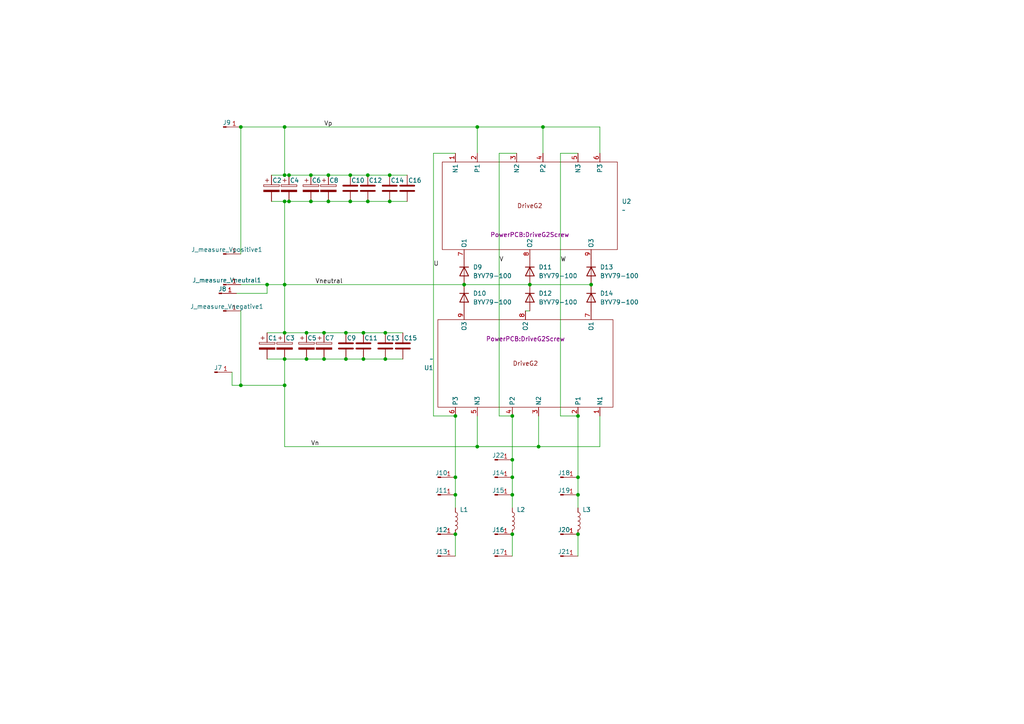
<source format=kicad_sch>
(kicad_sch (version 20250114) (generator "eeschema") (generator_version "9.0")
  (paper "A4")
  (lib_symbols
    (symbol "Connector:Conn_01x01_Pin" (pin_names (offset 1.016) (hide yes))
      (property "Reference" "J" (at 0 2.54 0))
      (property "Value" "Conn_01x01_Pin" (at 0 -2.54 0))
      (symbol "Conn_01x01_Pin_1_1"
        (rectangle (start 0.8636 0.127) (end 0 -0.127) (stroke (width 0.1524)) (fill (type outline)))
        (polyline (pts (xy 1.27 0) (xy 0.8636 0)) (stroke (width 0.1524)))
        (pin passive line (at 5.08 0 180) (length 3.81) (name "Pin_1") (number "1"))
      )
    )
    (symbol "Device:C" (pin_numbers (hide yes)) (pin_names (offset 0.254))
      (property "Reference" "C" (at 0.635 2.54 0))
      (property "Value" "C" (at 0.635 -2.54 0))
      (symbol "C_0_1"
        (polyline (pts (xy -2.032 0.762) (xy 2.032 0.762)) (stroke (width 0.508)))
        (polyline (pts (xy -2.032 -0.762) (xy 2.032 -0.762)) (stroke (width 0.508)))
      )
      (symbol "C_1_1"
        (pin passive line (at 0 3.81 270) (length 2.794) (name "~") (number "1"))
        (pin passive line (at 0 -3.81 90) (length 2.794) (name "~") (number "2"))
      )
    )
    (symbol "Device:C_Polarized" (pin_numbers (hide yes)) (pin_names (offset 0.254))
      (property "Reference" "C" (at 0.635 2.54 0))
      (property "Value" "C_Polarized" (at 0.635 -2.54 0))
      (symbol "C_Polarized_0_1"
        (rectangle (start -2.286 0.508) (end 2.286 1.016))
        (polyline (pts (xy -1.778 2.286) (xy -0.762 2.286)))
        (polyline (pts (xy -1.27 2.794) (xy -1.27 1.778)))
        (rectangle (start 2.286 -0.508) (end -2.286 -1.016) (fill (type outline)))
      )
      (symbol "C_Polarized_1_1"
        (pin passive line (at 0 3.81 270) (length 2.794) (name "~") (number "1"))
        (pin passive line (at 0 -3.81 90) (length 2.794) (name "~") (number "2"))
      )
    )
    (symbol "Device:L" (pin_numbers (hide yes)) (pin_names (offset 1.016) (hide yes))
      (property "Reference" "L" (at -1.27 0 90))
      (property "Value" "L" (at 1.905 0 90))
      (symbol "L_0_1"
        (arc (start 0 2.54) (mid 0.6323 1.905) (end 0 1.27))
        (arc (start 0 1.27) (mid 0.6323 0.635) (end 0 0))
        (arc (start 0 0) (mid 0.6323 -0.635) (end 0 -1.27))
        (arc (start 0 -1.27) (mid 0.6323 -1.905) (end 0 -2.54))
      )
      (symbol "L_1_1"
        (pin passive line (at 0 3.81 270) (length 1.27) (name "1") (number "1"))
        (pin passive line (at 0 -3.81 90) (length 1.27) (name "2") (number "2"))
      )
    )
    (symbol "Diode:BYV79-100" (pin_numbers (hide yes)) (pin_names (hide yes))
      (property "Reference" "D" (at 0 2.54 0))
      (property "Value" "BYV79-100" (at 0 -2.54 0))
      (symbol "BYV79-100_0_1"
        (polyline (pts (xy -1.27 1.27) (xy -1.27 -1.27)) (stroke (width 0.254)))
        (polyline (pts (xy 1.27 1.27) (xy 1.27 -1.27) (xy -1.27 0) (xy 1.27 1.27)) (stroke (width 0.254)))
        (polyline (pts (xy 1.27 0) (xy -1.27 0)))
      )
      (symbol "BYV79-100_1_1"
        (pin passive line (at -3.81 0 0) (length 2.54) (name "K") (number "1"))
        (pin passive line (at 3.81 0 180) (length 2.54) (name "A") (number "2"))
      )
    )
    (symbol "PowerPCB:DriveG2"
      (property "Reference" "U" (at 0 -2.54 0))
      (symbol "DriveG2_0_1"
        (rectangle (start -25.4 25.4) (end 25.4 0))
      )
      (symbol "DriveG2_1_1"
        (text "DriveG2\n" (at 0 12.7 0) (effects (font (size 1.27 1.27))))
        (pin power_in line (at -21.59 27.94 270) (length 2.54) (name "N1") (number "1"))
        (pin power_out line (at -19.05 -2.54 90) (length 2.54) (name "O1") (number "7"))
        (pin power_in line (at -15.24 27.94 270) (length 2.54) (name "P1") (number "2"))
        (pin power_in line (at -3.81 27.94 270) (length 2.54) (name "N2") (number "3"))
        (pin power_out line (at 0 -2.54 90) (length 2.54) (name "O2") (number "8"))
        (pin power_in line (at 3.81 27.94 270) (length 2.54) (name "P2") (number "4"))
        (pin power_in line (at 13.97 27.94 270) (length 2.54) (name "N3") (number "5"))
        (pin power_out line (at 17.78 -2.54 90) (length 2.54) (name "O3") (number "9"))
        (pin power_in line (at 20.32 27.94 270) (length 2.54) (name "P3") (number "6"))
      )
    )
  )
  (junction (at 69.85 36.83))
  (junction (at 82.55 111.76))
  (junction (at 82.55 82.55))
  (junction (at 82.55 50.8))
  (junction (at 101.6 58.42))
  (junction (at 134.62 82.55))
  (junction (at 82.55 104.14))
  (junction (at 111.76 96.52))
  (junction (at 106.68 58.42))
  (junction (at 90.17 50.8))
  (junction (at 148.59 154.94))
  (junction (at 132.08 154.94))
  (junction (at 148.59 143.51))
  (junction (at 132.08 138.43))
  (junction (at 113.03 50.8))
  (junction (at 148.59 120.65))
  (junction (at 167.64 143.51))
  (junction (at 93.98 96.52))
  (junction (at 106.68 50.8))
  (junction (at 105.41 104.14))
  (junction (at 148.59 133.35))
  (junction (at 88.9 104.14))
  (junction (at 101.6 50.8))
  (junction (at 95.25 58.42))
  (junction (at 77.47 82.55))
  (junction (at 82.55 96.52))
  (junction (at 148.59 138.43))
  (junction (at 82.55 58.42))
  (junction (at 157.48 36.83))
  (junction (at 95.25 50.8))
  (junction (at 171.45 82.55))
  (junction (at 156.21 129.54))
  (junction (at 69.85 111.76))
  (junction (at 167.64 154.94))
  (junction (at 153.67 82.55))
  (junction (at 111.76 104.14))
  (junction (at 132.08 120.65))
  (junction (at 132.08 143.51))
  (junction (at 100.33 104.14))
  (junction (at 83.82 58.42))
  (junction (at 167.64 138.43))
  (junction (at 167.64 120.65))
  (junction (at 90.17 58.42))
  (junction (at 100.33 96.52))
  (junction (at 138.43 36.83))
  (junction (at 105.41 96.52))
  (junction (at 113.03 58.42))
  (junction (at 83.82 50.8))
  (junction (at 82.55 36.83))
  (junction (at 138.43 129.54))
  (junction (at 93.98 104.14))
  (junction (at 88.9 96.52))
  (wire (pts (xy 148.59 120.65) (xy 148.59 133.35)))
  (wire (pts (xy 90.17 58.42) (xy 95.25 58.42)))
  (wire (pts (xy 78.74 58.42) (xy 82.55 58.42)))
  (wire (pts (xy 156.21 129.54) (xy 156.21 120.65)))
  (wire (pts (xy 105.41 104.14) (xy 111.76 104.14)))
  (wire (pts (xy 69.85 36.83) (xy 69.85 73.66)))
  (wire (pts (xy 148.59 133.35) (xy 148.59 138.43)))
  (wire (pts (xy 132.08 120.65) (xy 132.08 138.43)))
  (wire (pts (xy 69.85 36.83) (xy 82.55 36.83)))
  (wire (pts (xy 149.86 44.45) (xy 144.78 44.45)))
  (wire (pts (xy 82.55 82.55) (xy 134.62 82.55)))
  (wire (pts (xy 101.6 50.8) (xy 95.25 50.8)))
  (wire (pts (xy 69.85 82.55) (xy 77.47 82.55)))
  (wire (pts (xy 82.55 82.55) (xy 82.55 96.52)))
  (wire (pts (xy 82.55 50.8) (xy 83.82 50.8)))
  (wire (pts (xy 82.55 58.42) (xy 83.82 58.42)))
  (wire (pts (xy 82.55 104.14) (xy 88.9 104.14)))
  (wire (pts (xy 105.41 96.52) (xy 100.33 96.52)))
  (wire (pts (xy 148.59 143.51) (xy 148.59 147.32)))
  (wire (pts (xy 100.33 104.14) (xy 105.41 104.14)))
  (wire (pts (xy 88.9 96.52) (xy 93.98 96.52)))
  (wire (pts (xy 68.58 85.09) (xy 77.47 85.09)))
  (wire (pts (xy 82.55 96.52) (xy 88.9 96.52)))
  (wire (pts (xy 138.43 36.83) (xy 138.43 44.45)))
  (wire (pts (xy 88.9 104.14) (xy 93.98 104.14)))
  (wire (pts (xy 173.99 129.54) (xy 173.99 120.65)))
  (wire (pts (xy 173.99 36.83) (xy 157.48 36.83)))
  (wire (pts (xy 83.82 50.8) (xy 90.17 50.8)))
  (wire (pts (xy 132.08 138.43) (xy 132.08 143.51)))
  (wire (pts (xy 118.11 50.8) (xy 113.03 50.8)))
  (wire (pts (xy 167.64 143.51) (xy 167.64 147.32)))
  (wire (pts (xy 77.47 82.55) (xy 82.55 82.55)))
  (wire (pts (xy 167.64 154.94) (xy 167.64 161.29)))
  (wire (pts (xy 162.56 120.65) (xy 167.64 120.65)))
  (wire (pts (xy 156.21 129.54) (xy 173.99 129.54)))
  (wire (pts (xy 69.85 111.76) (xy 82.55 111.76)))
  (wire (pts (xy 125.73 44.45) (xy 125.73 120.65)))
  (wire (pts (xy 82.55 129.54) (xy 138.43 129.54)))
  (wire (pts (xy 106.68 58.42) (xy 113.03 58.42)))
  (wire (pts (xy 132.08 154.94) (xy 132.08 161.29)))
  (wire (pts (xy 67.31 111.76) (xy 69.85 111.76)))
  (wire (pts (xy 148.59 154.94) (xy 148.59 161.29)))
  (wire (pts (xy 152.4 90.17) (xy 153.67 90.17)))
  (wire (pts (xy 82.55 82.55) (xy 82.55 58.42)))
  (wire (pts (xy 101.6 58.42) (xy 106.68 58.42)))
  (wire (pts (xy 138.43 120.65) (xy 138.43 129.54)))
  (wire (pts (xy 95.25 58.42) (xy 101.6 58.42)))
  (wire (pts (xy 132.08 44.45) (xy 125.73 44.45)))
  (wire (pts (xy 167.64 138.43) (xy 167.64 143.51)))
  (wire (pts (xy 162.56 44.45) (xy 162.56 120.65)))
  (wire (pts (xy 82.55 36.83) (xy 138.43 36.83)))
  (wire (pts (xy 132.08 143.51) (xy 132.08 147.32)))
  (wire (pts (xy 111.76 96.52) (xy 105.41 96.52)))
  (wire (pts (xy 113.03 50.8) (xy 106.68 50.8)))
  (wire (pts (xy 173.99 44.45) (xy 173.99 36.83)))
  (wire (pts (xy 82.55 104.14) (xy 82.55 111.76)))
  (wire (pts (xy 153.67 82.55) (xy 171.45 82.55)))
  (wire (pts (xy 67.31 107.95) (xy 67.31 111.76)))
  (wire (pts (xy 90.17 50.8) (xy 95.25 50.8)))
  (wire (pts (xy 77.47 96.52) (xy 82.55 96.52)))
  (wire (pts (xy 82.55 111.76) (xy 82.55 129.54)))
  (wire (pts (xy 106.68 50.8) (xy 101.6 50.8)))
  (wire (pts (xy 148.59 138.43) (xy 148.59 143.51)))
  (wire (pts (xy 78.74 50.8) (xy 82.55 50.8)))
  (wire (pts (xy 82.55 36.83) (xy 82.55 50.8)))
  (wire (pts (xy 77.47 82.55) (xy 77.47 85.09)))
  (wire (pts (xy 93.98 104.14) (xy 100.33 104.14)))
  (wire (pts (xy 100.33 96.52) (xy 93.98 96.52)))
  (wire (pts (xy 69.85 90.17) (xy 69.85 111.76)))
  (wire (pts (xy 144.78 44.45) (xy 144.78 120.65)))
  (wire (pts (xy 125.73 120.65) (xy 132.08 120.65)))
  (wire (pts (xy 113.03 58.42) (xy 118.11 58.42)))
  (wire (pts (xy 116.84 96.52) (xy 111.76 96.52)))
  (wire (pts (xy 138.43 129.54) (xy 156.21 129.54)))
  (wire (pts (xy 157.48 36.83) (xy 138.43 36.83)))
  (wire (pts (xy 134.62 82.55) (xy 153.67 82.55)))
  (wire (pts (xy 77.47 104.14) (xy 82.55 104.14)))
  (wire (pts (xy 157.48 36.83) (xy 157.48 44.45)))
  (wire (pts (xy 167.64 120.65) (xy 167.64 138.43)))
  (wire (pts (xy 111.76 104.14) (xy 116.84 104.14)))
  (wire (pts (xy 83.82 58.42) (xy 90.17 58.42)))
  (wire (pts (xy 167.64 44.45) (xy 162.56 44.45)))
  (wire (pts (xy 144.78 120.65) (xy 148.59 120.65)))
  (label "Vp" (at 93.98 36.83 0))
  (label "W" (at 162.56 76.2 0))
  (label "Vn" (at 90.17 129.54 0))
  (label "Vneutral" (at 91.44 82.55 0))
  (label "U" (at 125.73 77.47 0))
  (label "V" (at 144.78 76.2 0))
  (symbol (lib_id "Connector:Conn_01x01_Pin") (at 127 161.29 0) (unit 1)
    (property "Reference" "J13" (at 128.016 160.02 0))
    (property "Value" "Conn_01x01_Pin" (effects (hide yes)))
    (property "Footprint" "PowerComponentLibrary:Wuerth_REDCUBE-THR_WP-THRSH_74651175_THR" (effects (hide yes)))
    (property "Description" "Generic connector, single row, 01x01, script generated" (effects (hide yes)))
    (instances (project "PowerDistrobution3L" (path "" (reference "J13") (unit 1)) (path "" (reference "J29") (unit 1))))
  )
  (symbol (lib_id "Diode:BYV79-100") (at 153.67 78.74 270) (unit 1)
    (property "Reference" "D11" (at 156.21 77.4699 90) (effects (justify left)))
    (property "Value" "BYV79-100" (at 156.21 80.0099 90) (effects (justify left)))
    (property "Footprint" "Package_TO_SOT_THT:TO-247-2_Vertical" (effects (hide yes)))
    (property "Datasheet" "http://pdf.datasheetcatalog.com/datasheet/philips/BYV79-100.pdf" (effects (hide yes)))
    (property "Description" "100V 14A Ultrafast Rectifier Diode, TO-220" (effects (hide yes)))
    (property "Sim.Device" "D" (effects (hide yes)))
    (property "Sim.Pins" "1=K 2=A" (effects (hide yes)))
    (instances (project "PowerDistrobution3L" (path "" (reference "D11") (unit 1)) (path "" (reference "D17") (unit 1))))
  )
  (symbol (lib_id "Diode:BYV79-100") (at 171.45 78.74 270) (unit 1)
    (property "Reference" "D13" (at 173.99 77.4699 90) (effects (justify left)))
    (property "Value" "BYV79-100" (at 173.99 80.0099 90) (effects (justify left)))
    (property "Footprint" "Package_TO_SOT_THT:TO-247-2_Vertical" (effects (hide yes)))
    (property "Datasheet" "Package_TO_SOT_THT:TO-220-3_Vertical" (effects (hide yes)))
    (property "Description" "100V 14A Ultrafast Rectifier Diode, TO-220" (effects (hide yes)))
    (property "Sim.Device" "D" (effects (hide yes)))
    (property "Sim.Pins" "1=K 2=A" (effects (hide yes)))
    (instances (project "PowerDistrobution3L" (path "" (reference "D13") (unit 1)) (path "" (reference "D19") (unit 1))))
  )
  (symbol (lib_id "Device:C") (at 101.6 54.61 0) (unit 1)
    (property "Reference" "C10" (at 101.854 52.324 0) (effects (justify left)))
    (property "Value" "C" (effects (hide yes)))
    (property "Footprint" "Capacitor_SMD:C_2220_5750Metric_Pad1.97x5.40mm_HandSolder" (effects (hide yes)))
    (property "Description" "Unpolarized capacitor" (effects (hide yes)))
    (instances (project "PowerDistrobution3L" (path "" (reference "C10") (unit 1)) (path "" (reference "C26") (unit 1))))
  )
  (symbol (lib_id "Connector:Conn_01x01_Pin") (at 143.51 154.94 0) (unit 1)
    (property "Reference" "J16" (at 144.526 153.67 0))
    (property "Value" "Conn_01x01_Pin" (effects (hide yes)))
    (property "Footprint" "Connector_PinHeader_1.00mm:PinHeader_1x01_P1.00mm_Vertical" (effects (hide yes)))
    (property "Description" "Generic connector, single row, 01x01, script generated" (effects (hide yes)))
    (instances (project "PowerDistrobution3L" (path "" (reference "J16") (unit 1)) (path "" (reference "J33") (unit 1))))
  )
  (symbol (lib_id "Device:C_Polarized") (at 83.82 54.61 0) (unit 1)
    (property "Reference" "C4" (at 84.074 52.324 0) (effects (justify left)))
    (property "Value" "C_Polarized" (effects (hide yes)))
    (property "Footprint" "PowerComponentLibrary:C_Wurth_WCAP-FTDB-L42W35H50" (effects (hide yes)))
    (property "Description" "Polarized capacitor" (effects (hide yes)))
    (instances (project "PowerDistrobution3L" (path "" (reference "C4") (unit 1)) (path "" (reference "C20") (unit 1))))
  )
  (symbol (lib_id "Connector:Conn_01x01_Pin") (at 64.77 82.55 0) (unit 1)
    (property "Reference" "J_measure_Vneutral1" (at 65.786 81.28 0))
    (property "Value" "Conn_01x01_Pin" (effects (hide yes)))
    (property "Footprint" "Connector_PinHeader_1.00mm:PinHeader_1x01_P1.00mm_Vertical" (effects (hide yes)))
    (property "Description" "Generic connector, single row, 01x01, script generated" (effects (hide yes)))
    (instances (project "PowerDistrobution3L" (path "" (reference "J_measure_Vneutral1") (unit 1)) (path "" (reference "J_measure_Vneutral2") (unit 1))))
  )
  (symbol (lib_id "Device:C") (at 116.84 100.33 0) (unit 1)
    (property "Reference" "C15" (at 117.094 98.044 0) (effects (justify left)))
    (property "Value" "C" (effects (hide yes)))
    (property "Footprint" "Capacitor_SMD:C_2220_5750Metric_Pad1.97x5.40mm_HandSolder" (effects (hide yes)))
    (property "Description" "Unpolarized capacitor" (effects (hide yes)))
    (instances (project "PowerDistrobution3L" (path "" (reference "C15") (unit 1)) (path "" (reference "C31") (unit 1))))
  )
  (symbol (lib_id "Diode:BYV79-100") (at 134.62 86.36 270) (unit 1)
    (property "Reference" "D10" (at 137.16 85.0899 90) (effects (justify left)))
    (property "Value" "BYV79-100" (at 137.16 87.6299 90) (effects (justify left)))
    (property "Footprint" "Package_TO_SOT_THT:TO-247-2_Vertical" (effects (hide yes)))
    (property "Datasheet" "http://pdf.datasheetcatalog.com/datasheet/philips/BYV79-100.pdf" (effects (hide yes)))
    (property "Description" "100V 14A Ultrafast Rectifier Diode, TO-220" (effects (hide yes)))
    (property "Sim.Device" "D" (effects (hide yes)))
    (property "Sim.Pins" "1=K 2=A" (effects (hide yes)))
    (instances (project "PowerDistrobution3L" (path "" (reference "D10") (unit 1)) (path "" (reference "D16") (unit 1))))
  )
  (symbol (lib_id "Device:C") (at 113.03 54.61 0) (unit 1)
    (property "Reference" "C14" (at 113.284 52.324 0) (effects (justify left)))
    (property "Value" "C" (effects (hide yes)))
    (property "Footprint" "Capacitor_SMD:C_2220_5750Metric_Pad1.97x5.40mm_HandSolder" (effects (hide yes)))
    (property "Description" "Unpolarized capacitor" (effects (hide yes)))
    (instances (project "PowerDistrobution3L" (path "" (reference "C14") (unit 1)) (path "" (reference "C30") (unit 1))))
  )
  (symbol (lib_id "PowerPCB:DriveG2") (at 152.4 92.71 180) (unit 1)
    (property "Reference" "U1" (at 125.73 106.6801 0) (effects (justify left)))
    (property "Value" "~" (at 125.73 104.1401 0) (effects (justify left)))
    (property "Footprint" "PowerPCB:DriveG2Screw" (at 152.4 98.298 0))
    (instances (project "PowerDistrobution3L" (path "" (reference "U1") (unit 1)) (path "" (reference "U3") (unit 1))))
  )
  (symbol (lib_id "Device:C") (at 106.68 54.61 0) (unit 1)
    (property "Reference" "C12" (at 106.934 52.324 0) (effects (justify left)))
    (property "Value" "C" (effects (hide yes)))
    (property "Footprint" "Capacitor_SMD:C_2220_5750Metric_Pad1.97x5.40mm_HandSolder" (effects (hide yes)))
    (property "Description" "Unpolarized capacitor" (effects (hide yes)))
    (instances (project "PowerDistrobution3L" (path "" (reference "C12") (unit 1)) (path "" (reference "C28") (unit 1))))
  )
  (symbol (lib_id "Device:C_Polarized") (at 90.17 54.61 0) (unit 1)
    (property "Reference" "C6" (at 90.424 52.324 0) (effects (justify left)))
    (property "Value" "C_Polarized" (effects (hide yes)))
    (property "Footprint" "Capacitor_THT:CP_Radial_D25.0mm_P10.00mm_SnapIn" (effects (hide yes)))
    (property "Description" "Polarized capacitor" (effects (hide yes)))
    (instances (project "PowerDistrobution3L" (path "" (reference "C6") (unit 1)) (path "" (reference "C22") (unit 1))))
  )
  (symbol (lib_id "Device:C") (at 100.33 100.33 0) (unit 1)
    (property "Reference" "C9" (at 100.584 98.044 0) (effects (justify left)))
    (property "Value" "C" (effects (hide yes)))
    (property "Footprint" "Capacitor_SMD:C_2220_5750Metric_Pad1.97x5.40mm_HandSolder" (effects (hide yes)))
    (property "Description" "Unpolarized capacitor" (effects (hide yes)))
    (instances (project "PowerDistrobution3L" (path "" (reference "C9") (unit 1)) (path "" (reference "C25") (unit 1))))
  )
  (symbol (lib_id "Device:C") (at 111.76 100.33 0) (unit 1)
    (property "Reference" "C13" (at 112.014 98.044 0) (effects (justify left)))
    (property "Value" "C" (effects (hide yes)))
    (property "Footprint" "Capacitor_SMD:C_2220_5750Metric_Pad1.97x5.40mm_HandSolder" (effects (hide yes)))
    (property "Description" "Unpolarized capacitor" (effects (hide yes)))
    (instances (project "PowerDistrobution3L" (path "" (reference "C13") (unit 1)) (path "" (reference "C29") (unit 1))))
  )
  (symbol (lib_id "Connector:Conn_01x01_Pin") (at 143.51 143.51 0) (unit 1)
    (property "Reference" "J15" (at 144.526 142.24 0))
    (property "Value" "Conn_01x01_Pin" (effects (hide yes)))
    (property "Footprint" "Connector_PinHeader_1.00mm:PinHeader_1x01_P1.00mm_Vertical" (effects (hide yes)))
    (property "Description" "Generic connector, single row, 01x01, script generated" (effects (hide yes)))
    (instances (project "PowerDistrobution3L" (path "" (reference "J15") (unit 1)) (path "" (reference "J32") (unit 1))))
  )
  (symbol (lib_id "Diode:BYV79-100") (at 153.67 86.36 270) (unit 1)
    (property "Reference" "D12" (at 156.21 85.0899 90) (effects (justify left)))
    (property "Value" "BYV79-100" (at 156.21 87.6299 90) (effects (justify left)))
    (property "Footprint" "Package_TO_SOT_THT:TO-247-2_Vertical" (effects (hide yes)))
    (property "Datasheet" "http://pdf.datasheetcatalog.com/datasheet/philips/BYV79-100.pdf" (effects (hide yes)))
    (property "Description" "100V 14A Ultrafast Rectifier Diode, TO-220" (effects (hide yes)))
    (property "Sim.Device" "D" (effects (hide yes)))
    (property "Sim.Pins" "1=K 2=A" (effects (hide yes)))
    (instances (project "PowerDistrobution3L" (path "" (reference "D12") (unit 1)) (path "" (reference "D18") (unit 1))))
  )
  (symbol (lib_id "Connector:Conn_01x01_Pin") (at 162.56 154.94 0) (unit 1)
    (property "Reference" "J20" (at 163.576 153.67 0))
    (property "Value" "Conn_01x01_Pin" (effects (hide yes)))
    (property "Footprint" "Connector_PinHeader_1.00mm:PinHeader_1x01_P1.00mm_Vertical" (effects (hide yes)))
    (property "Description" "Generic connector, single row, 01x01, script generated" (effects (hide yes)))
    (instances (project "PowerDistrobution3L" (path "" (reference "J20") (unit 1)) (path "" (reference "J37") (unit 1))))
  )
  (symbol (lib_id "Diode:BYV79-100") (at 171.45 86.36 270) (unit 1)
    (property "Reference" "D14" (at 173.99 85.0899 90) (effects (justify left)))
    (property "Value" "BYV79-100" (at 173.99 87.6299 90) (effects (justify left)))
    (property "Footprint" "Package_TO_SOT_THT:TO-247-2_Vertical" (effects (hide yes)))
    (property "Datasheet" "http://pdf.datasheetcatalog.com/datasheet/philips/BYV79-100.pdf" (effects (hide yes)))
    (property "Description" "100V 14A Ultrafast Rectifier Diode, TO-220" (effects (hide yes)))
    (property "Sim.Device" "D" (effects (hide yes)))
    (property "Sim.Pins" "1=K 2=A" (effects (hide yes)))
    (instances (project "PowerDistrobution3L" (path "" (reference "D14") (unit 1)) (path "" (reference "D20") (unit 1))))
  )
  (symbol (lib_id "PowerPCB:DriveG2") (at 153.67 72.39 0) (unit 1)
    (property "Reference" "U2" (at 180.34 58.4199 0) (effects (justify left)))
    (property "Value" "~" (at 180.34 60.9599 0) (effects (justify left)))
    (property "Footprint" "PowerPCB:DriveG2Screw" (at 153.67 68.072 0))
    (instances (project "PowerDistrobution3L" (path "" (reference "U2") (unit 1)) (path "" (reference "U4") (unit 1))))
  )
  (symbol (lib_id "Connector:Conn_01x01_Pin") (at 162.56 138.43 0) (unit 1)
    (property "Reference" "J18" (at 163.576 137.16 0))
    (property "Value" "Conn_01x01_Pin" (effects (hide yes)))
    (property "Footprint" "PowerComponentLibrary:Wuerth_REDCUBE-THR_WP-THRSH_74651175_THR" (effects (hide yes)))
    (property "Description" "Generic connector, single row, 01x01, script generated" (effects (hide yes)))
    (instances (project "PowerDistrobution3L" (path "" (reference "J18") (unit 1)) (path "" (reference "J35") (unit 1))))
  )
  (symbol (lib_id "Connector:Conn_01x01_Pin") (at 143.51 133.35 0) (unit 1)
    (property "Reference" "J22" (at 144.526 132.08 0))
    (property "Value" "Conn_01x01_Pin" (effects (hide yes)))
    (property "Footprint" "PowerComponentLibrary:Wuerth_REDCUBE-THR_WP-THRSH_74651175_THR" (effects (hide yes)))
    (property "Description" "Generic connector, single row, 01x01, script generated" (effects (hide yes)))
    (instances (project "PowerDistrobution3L" (path "" (reference "J22") (unit 1)) (path "" (reference "J30") (unit 1))))
  )
  (symbol (lib_id "Device:C") (at 105.41 100.33 0) (unit 1)
    (property "Reference" "C11" (at 105.664 98.044 0) (effects (justify left)))
    (property "Value" "C" (effects (hide yes)))
    (property "Footprint" "Capacitor_SMD:C_2220_5750Metric_Pad1.97x5.40mm_HandSolder" (effects (hide yes)))
    (property "Description" "Unpolarized capacitor" (effects (hide yes)))
    (instances (project "PowerDistrobution3L" (path "" (reference "C11") (unit 1)) (path "" (reference "C27") (unit 1))))
  )
  (symbol (lib_id "Connector:Conn_01x01_Pin") (at 143.51 138.43 0) (unit 1)
    (property "Reference" "J14" (at 144.526 137.16 0))
    (property "Value" "Conn_01x01_Pin" (effects (hide yes)))
    (property "Footprint" "PowerComponentLibrary:Wuerth_REDCUBE-THR_WP-THRSH_74651175_THR" (effects (hide yes)))
    (property "Description" "Generic connector, single row, 01x01, script generated" (effects (hide yes)))
    (instances (project "PowerDistrobution3L" (path "" (reference "J14") (unit 1)) (path "" (reference "J31") (unit 1))))
  )
  (symbol (lib_id "Device:C_Polarized") (at 82.55 100.33 0) (unit 1)
    (property "Reference" "C3" (at 82.804 98.044 0) (effects (justify left)))
    (property "Value" "C_Polarized" (effects (hide yes)))
    (property "Footprint" "PowerComponentLibrary:C_Wurth_WCAP-FTDB-L42W35H50" (effects (hide yes)))
    (property "Description" "Polarized capacitor" (effects (hide yes)))
    (instances (project "PowerDistrobution3L" (path "" (reference "C3") (unit 1)) (path "" (reference "C19") (unit 1))))
  )
  (symbol (lib_id "Connector:Conn_01x01_Pin") (at 64.77 73.66 0) (unit 1)
    (property "Reference" "J_measure_Vpositive1" (at 65.786 72.39 0))
    (property "Value" "Conn_01x01_Pin" (effects (hide yes)))
    (property "Footprint" "Connector_PinHeader_1.00mm:PinHeader_1x01_P1.00mm_Vertical" (effects (hide yes)))
    (property "Description" "Generic connector, single row, 01x01, script generated" (effects (hide yes)))
    (instances (project "PowerDistrobution3L" (path "" (reference "J_measure_Vpositive1") (unit 1)) (path "" (reference "J_measure_Vpositive2") (unit 1))))
  )
  (symbol (lib_id "Device:C_Polarized") (at 93.98 100.33 0) (unit 1)
    (property "Reference" "C7" (at 94.234 98.044 0) (effects (justify left)))
    (property "Value" "C_Polarized" (effects (hide yes)))
    (property "Footprint" "PowerComponentLibrary:C_Wurth_WCAP-FTDB-L42W35H50" (effects (hide yes)))
    (property "Description" "Polarized capacitor" (effects (hide yes)))
    (instances (project "PowerDistrobution3L" (path "" (reference "C7") (unit 1)) (path "" (reference "C23") (unit 1))))
  )
  (symbol (lib_id "Device:C_Polarized") (at 78.74 54.61 0) (unit 1)
    (property "Reference" "C2" (at 78.994 52.324 0) (effects (justify left)))
    (property "Value" "C_Polarized" (effects (hide yes)))
    (property "Footprint" "Capacitor_THT:CP_Radial_D25.0mm_P10.00mm_SnapIn" (effects (hide yes)))
    (property "Description" "Polarized capacitor" (effects (hide yes)))
    (instances (project "PowerDistrobution3L" (path "" (reference "C2") (unit 1)) (path "" (reference "C18") (unit 1))))
  )
  (symbol (lib_id "Connector:Conn_01x01_Pin") (at 62.23 107.95 0) (unit 1)
    (property "Reference" "J7" (at 63.246 106.68 0))
    (property "Value" "Conn_01x01_Pin" (effects (hide yes)))
    (property "Footprint" "PowerComponentLibrary:Wuerth_REDCUBE-THR_WP-THRSH_74651175_THR" (effects (hide yes)))
    (property "Description" "Generic connector, single row, 01x01, script generated" (effects (hide yes)))
    (instances (project "PowerDistrobution3L" (path "" (reference "J7") (unit 1)) (path "" (reference "J23") (unit 1))))
  )
  (symbol (lib_id "Device:C_Polarized") (at 95.25 54.61 0) (unit 1)
    (property "Reference" "C8" (at 95.504 52.324 0) (effects (justify left)))
    (property "Value" "C_Polarized" (effects (hide yes)))
    (property "Footprint" "PowerComponentLibrary:C_Wurth_WCAP-FTDB-L42W35H50" (effects (hide yes)))
    (property "Description" "Polarized capacitor" (effects (hide yes)))
    (instances (project "PowerDistrobution3L" (path "" (reference "C8") (unit 1)) (path "" (reference "C24") (unit 1))))
  )
  (symbol (lib_id "Connector:Conn_01x01_Pin") (at 127 154.94 0) (unit 1)
    (property "Reference" "J12" (at 128.016 153.67 0))
    (property "Value" "Conn_01x01_Pin" (effects (hide yes)))
    (property "Footprint" "Connector_PinHeader_1.00mm:PinHeader_1x01_P1.00mm_Vertical" (effects (hide yes)))
    (property "Description" "Generic connector, single row, 01x01, script generated" (effects (hide yes)))
    (instances (project "PowerDistrobution3L" (path "" (reference "J12") (unit 1)) (path "" (reference "J28") (unit 1))))
  )
  (symbol (lib_id "Device:L") (at 167.64 151.13 0) (unit 1)
    (property "Reference" "L3" (at 168.91 147.828 0) (effects (justify left)))
    (property "Value" "L" (effects (hide yes)))
    (property "Footprint" "PowerPCB:Inductor" (effects (hide yes)))
    (property "Description" "Inductor" (effects (hide yes)))
    (instances (project "PowerDistrobution3L" (path "" (reference "L3") (unit 1)) (path "" (reference "L6") (unit 1))))
  )
  (symbol (lib_id "Device:L") (at 148.59 151.13 0) (unit 1)
    (property "Reference" "L2" (at 149.86 147.828 0) (effects (justify left)))
    (property "Value" "L" (effects (hide yes)))
    (property "Footprint" "PowerPCB:Inductor" (effects (hide yes)))
    (property "Description" "Inductor" (effects (hide yes)))
    (instances (project "PowerDistrobution3L" (path "" (reference "L2") (unit 1)) (path "" (reference "L5") (unit 1))))
  )
  (symbol (lib_id "Connector:Conn_01x01_Pin") (at 63.5 85.09 0) (unit 1)
    (property "Reference" "J8" (at 64.516 83.82 0))
    (property "Value" "Conn_01x01_Pin" (effects (hide yes)))
    (property "Footprint" "PowerComponentLibrary:Wuerth_REDCUBE-THR_WP-THRSH_74651175_THR" (effects (hide yes)))
    (property "Description" "Generic connector, single row, 01x01, script generated" (effects (hide yes)))
    (instances (project "PowerDistrobution3L" (path "" (reference "J8") (unit 1)) (path "" (reference "J24") (unit 1))))
  )
  (symbol (lib_id "Device:C") (at 118.11 54.61 0) (unit 1)
    (property "Reference" "C16" (at 118.364 52.324 0) (effects (justify left)))
    (property "Value" "C" (effects (hide yes)))
    (property "Footprint" "Capacitor_SMD:C_2220_5750Metric_Pad1.97x5.40mm_HandSolder" (effects (hide yes)))
    (property "Description" "Unpolarized capacitor" (effects (hide yes)))
    (instances (project "PowerDistrobution3L" (path "" (reference "C16") (unit 1)) (path "" (reference "C32") (unit 1))))
  )
  (symbol (lib_id "Device:C_Polarized") (at 88.9 100.33 0) (unit 1)
    (property "Reference" "C5" (at 89.154 98.044 0) (effects (justify left)))
    (property "Value" "C_Polarized" (effects (hide yes)))
    (property "Footprint" "Capacitor_THT:CP_Radial_D25.0mm_P10.00mm_SnapIn" (effects (hide yes)))
    (property "Description" "Polarized capacitor" (effects (hide yes)))
    (instances (project "PowerDistrobution3L" (path "" (reference "C5") (unit 1)) (path "" (reference "C21") (unit 1))))
  )
  (symbol (lib_id "Connector:Conn_01x01_Pin") (at 162.56 161.29 0) (unit 1)
    (property "Reference" "J21" (at 163.576 160.02 0))
    (property "Value" "Conn_01x01_Pin" (effects (hide yes)))
    (property "Footprint" "PowerComponentLibrary:Wuerth_REDCUBE-THR_WP-THRSH_74651175_THR" (effects (hide yes)))
    (property "Description" "Generic connector, single row, 01x01, script generated" (effects (hide yes)))
    (instances (project "PowerDistrobution3L" (path "" (reference "J21") (unit 1)) (path "" (reference "J38") (unit 1))))
  )
  (symbol (lib_id "Connector:Conn_01x01_Pin") (at 127 143.51 0) (unit 1)
    (property "Reference" "J11" (at 128.016 142.24 0))
    (property "Value" "Conn_01x01_Pin" (effects (hide yes)))
    (property "Footprint" "Connector_PinHeader_1.00mm:PinHeader_1x01_P1.00mm_Vertical" (effects (hide yes)))
    (property "Description" "Generic connector, single row, 01x01, script generated" (effects (hide yes)))
    (instances (project "PowerDistrobution3L" (path "" (reference "J11") (unit 1)) (path "" (reference "J27") (unit 1))))
  )
  (symbol (lib_id "Device:L") (at 132.08 151.13 0) (unit 1)
    (property "Reference" "L1" (at 133.35 147.828 0) (effects (justify left)))
    (property "Value" "L" (effects (hide yes)))
    (property "Footprint" "PowerPCB:Inductor" (effects (hide yes)))
    (property "Description" "Inductor" (effects (hide yes)))
    (instances (project "PowerDistrobution3L" (path "" (reference "L1") (unit 1)) (path "" (reference "L4") (unit 1))))
  )
  (symbol (lib_id "Connector:Conn_01x01_Pin") (at 64.77 90.17 0) (unit 1)
    (property "Reference" "J_measure_Vnegative1" (at 65.786 88.9 0))
    (property "Value" "Conn_01x01_Pin" (effects (hide yes)))
    (property "Footprint" "Connector_PinHeader_1.00mm:PinHeader_1x01_P1.00mm_Vertical" (effects (hide yes)))
    (property "Description" "Generic connector, single row, 01x01, script generated" (effects (hide yes)))
    (instances (project "PowerDistrobution3L" (path "" (reference "J_measure_Vnegative1") (unit 1)) (path "" (reference "J_measure_Vnegative2") (unit 1))))
  )
  (symbol (lib_id "Connector:Conn_01x01_Pin") (at 64.77 36.83 0) (unit 1)
    (property "Reference" "J9" (at 65.786 35.56 0))
    (property "Value" "Conn_01x01_Pin" (effects (hide yes)))
    (property "Footprint" "PowerComponentLibrary:Wuerth_REDCUBE-THR_WP-THRSH_74651175_THR" (effects (hide yes)))
    (property "Description" "Generic connector, single row, 01x01, script generated" (effects (hide yes)))
    (instances (project "PowerDistrobution3L" (path "" (reference "J9") (unit 1)) (path "" (reference "J25") (unit 1))))
  )
  (symbol (lib_id "Diode:BYV79-100") (at 134.62 78.74 270) (unit 1)
    (property "Reference" "D9" (at 137.16 77.4699 90) (effects (justify left)))
    (property "Value" "BYV79-100" (at 137.16 80.0099 90) (effects (justify left)))
    (property "Footprint" "Package_TO_SOT_THT:TO-247-2_Vertical" (effects (hide yes)))
    (property "Datasheet" "http://pdf.datasheetcatalog.com/datasheet/philips/BYV79-100.pdf" (effects (hide yes)))
    (property "Description" "100V 14A Ultrafast Rectifier Diode, TO-220" (effects (hide yes)))
    (property "Sim.Device" "D" (effects (hide yes)))
    (property "Sim.Pins" "1=K 2=A" (effects (hide yes)))
    (instances (project "PowerDistrobution3L" (path "" (reference "D9") (unit 1)) (path "" (reference "D15") (unit 1))))
  )
  (symbol (lib_id "Device:C_Polarized") (at 77.47 100.33 0) (unit 1)
    (property "Reference" "C1" (at 77.724 98.044 0) (effects (justify left)))
    (property "Value" "C_Polarized" (effects (hide yes)))
    (property "Footprint" "Capacitor_THT:CP_Radial_D25.0mm_P10.00mm_SnapIn" (effects (hide yes)))
    (property "Description" "Polarized capacitor" (effects (hide yes)))
    (instances (project "PowerDistrobution3L" (path "" (reference "C1") (unit 1)) (path "" (reference "C17") (unit 1))))
  )
  (symbol (lib_id "Connector:Conn_01x01_Pin") (at 127 138.43 0) (unit 1)
    (property "Reference" "J10" (at 128.016 137.16 0))
    (property "Value" "Conn_01x01_Pin" (effects (hide yes)))
    (property "Footprint" "PowerComponentLibrary:Wuerth_REDCUBE-THR_WP-THRSH_74651175_THR" (effects (hide yes)))
    (property "Description" "Generic connector, single row, 01x01, script generated" (effects (hide yes)))
    (instances (project "PowerDistrobution3L" (path "" (reference "J10") (unit 1)) (path "" (reference "J26") (unit 1))))
  )
  (symbol (lib_id "Connector:Conn_01x01_Pin") (at 143.51 161.29 0) (unit 1)
    (property "Reference" "J17" (at 144.526 160.02 0))
    (property "Value" "Conn_01x01_Pin" (effects (hide yes)))
    (property "Footprint" "PowerComponentLibrary:Wuerth_REDCUBE-THR_WP-THRSH_74651175_THR" (effects (hide yes)))
    (property "Description" "Generic connector, single row, 01x01, script generated" (effects (hide yes)))
    (instances (project "PowerDistrobution3L" (path "" (reference "J17") (unit 1)) (path "" (reference "J34") (unit 1))))
  )
  (symbol (lib_id "Connector:Conn_01x01_Pin") (at 162.56 143.51 0) (unit 1)
    (property "Reference" "J19" (at 163.576 142.24 0))
    (property "Value" "Conn_01x01_Pin" (effects (hide yes)))
    (property "Footprint" "Connector_PinHeader_1.00mm:PinHeader_1x01_P1.00mm_Vertical" (effects (hide yes)))
    (property "Description" "Generic connector, single row, 01x01, script generated" (effects (hide yes)))
    (instances (project "PowerDistrobution3L" (path "" (reference "J19") (unit 1)) (path "" (reference "J36") (unit 1))))
  )
)
</source>
